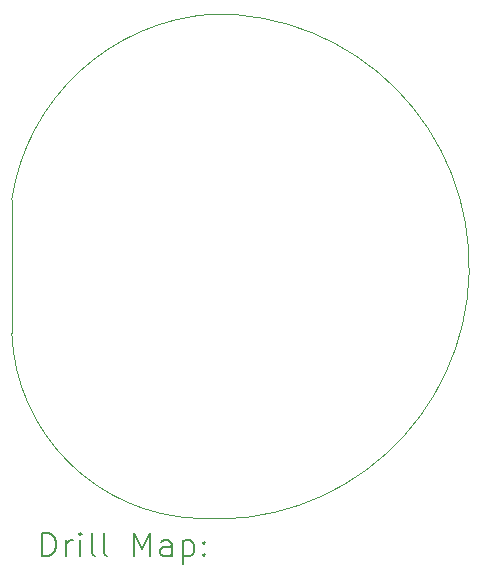
<source format=gbr>
%TF.GenerationSoftware,KiCad,Pcbnew,7.0.7*%
%TF.CreationDate,2024-01-25T12:19:21+08:00*%
%TF.ProjectId,sensor,73656e73-6f72-42e6-9b69-6361645f7063,rev?*%
%TF.SameCoordinates,Original*%
%TF.FileFunction,Drillmap*%
%TF.FilePolarity,Positive*%
%FSLAX45Y45*%
G04 Gerber Fmt 4.5, Leading zero omitted, Abs format (unit mm)*
G04 Created by KiCad (PCBNEW 7.0.7) date 2024-01-25 12:19:21*
%MOMM*%
%LPD*%
G01*
G04 APERTURE LIST*
%ADD10C,0.050000*%
%ADD11C,0.200000*%
G04 APERTURE END LIST*
D10*
X6409999Y-11620000D02*
G75*
G03*
X7990000Y-13190000I1635307J65691D01*
G01*
X6410000Y-11620000D02*
X6410000Y-10490000D01*
X8110000Y-8920000D02*
G75*
G03*
X6410000Y-10490000I128843J-1844894D01*
G01*
X7990000Y-13189999D02*
G75*
G03*
X8110000Y-8920000I155482J2132316D01*
G01*
D11*
X6668277Y-13509644D02*
X6668277Y-13309644D01*
X6668277Y-13309644D02*
X6715896Y-13309644D01*
X6715896Y-13309644D02*
X6744467Y-13319168D01*
X6744467Y-13319168D02*
X6763515Y-13338216D01*
X6763515Y-13338216D02*
X6773039Y-13357263D01*
X6773039Y-13357263D02*
X6782562Y-13395358D01*
X6782562Y-13395358D02*
X6782562Y-13423930D01*
X6782562Y-13423930D02*
X6773039Y-13462025D01*
X6773039Y-13462025D02*
X6763515Y-13481073D01*
X6763515Y-13481073D02*
X6744467Y-13500120D01*
X6744467Y-13500120D02*
X6715896Y-13509644D01*
X6715896Y-13509644D02*
X6668277Y-13509644D01*
X6868277Y-13509644D02*
X6868277Y-13376311D01*
X6868277Y-13414406D02*
X6877800Y-13395358D01*
X6877800Y-13395358D02*
X6887324Y-13385835D01*
X6887324Y-13385835D02*
X6906372Y-13376311D01*
X6906372Y-13376311D02*
X6925420Y-13376311D01*
X6992086Y-13509644D02*
X6992086Y-13376311D01*
X6992086Y-13309644D02*
X6982562Y-13319168D01*
X6982562Y-13319168D02*
X6992086Y-13328692D01*
X6992086Y-13328692D02*
X7001610Y-13319168D01*
X7001610Y-13319168D02*
X6992086Y-13309644D01*
X6992086Y-13309644D02*
X6992086Y-13328692D01*
X7115896Y-13509644D02*
X7096848Y-13500120D01*
X7096848Y-13500120D02*
X7087324Y-13481073D01*
X7087324Y-13481073D02*
X7087324Y-13309644D01*
X7220658Y-13509644D02*
X7201610Y-13500120D01*
X7201610Y-13500120D02*
X7192086Y-13481073D01*
X7192086Y-13481073D02*
X7192086Y-13309644D01*
X7449229Y-13509644D02*
X7449229Y-13309644D01*
X7449229Y-13309644D02*
X7515896Y-13452501D01*
X7515896Y-13452501D02*
X7582562Y-13309644D01*
X7582562Y-13309644D02*
X7582562Y-13509644D01*
X7763515Y-13509644D02*
X7763515Y-13404882D01*
X7763515Y-13404882D02*
X7753991Y-13385835D01*
X7753991Y-13385835D02*
X7734943Y-13376311D01*
X7734943Y-13376311D02*
X7696848Y-13376311D01*
X7696848Y-13376311D02*
X7677800Y-13385835D01*
X7763515Y-13500120D02*
X7744467Y-13509644D01*
X7744467Y-13509644D02*
X7696848Y-13509644D01*
X7696848Y-13509644D02*
X7677800Y-13500120D01*
X7677800Y-13500120D02*
X7668277Y-13481073D01*
X7668277Y-13481073D02*
X7668277Y-13462025D01*
X7668277Y-13462025D02*
X7677800Y-13442978D01*
X7677800Y-13442978D02*
X7696848Y-13433454D01*
X7696848Y-13433454D02*
X7744467Y-13433454D01*
X7744467Y-13433454D02*
X7763515Y-13423930D01*
X7858753Y-13376311D02*
X7858753Y-13576311D01*
X7858753Y-13385835D02*
X7877800Y-13376311D01*
X7877800Y-13376311D02*
X7915896Y-13376311D01*
X7915896Y-13376311D02*
X7934943Y-13385835D01*
X7934943Y-13385835D02*
X7944467Y-13395358D01*
X7944467Y-13395358D02*
X7953991Y-13414406D01*
X7953991Y-13414406D02*
X7953991Y-13471549D01*
X7953991Y-13471549D02*
X7944467Y-13490597D01*
X7944467Y-13490597D02*
X7934943Y-13500120D01*
X7934943Y-13500120D02*
X7915896Y-13509644D01*
X7915896Y-13509644D02*
X7877800Y-13509644D01*
X7877800Y-13509644D02*
X7858753Y-13500120D01*
X8039705Y-13490597D02*
X8049229Y-13500120D01*
X8049229Y-13500120D02*
X8039705Y-13509644D01*
X8039705Y-13509644D02*
X8030181Y-13500120D01*
X8030181Y-13500120D02*
X8039705Y-13490597D01*
X8039705Y-13490597D02*
X8039705Y-13509644D01*
X8039705Y-13385835D02*
X8049229Y-13395358D01*
X8049229Y-13395358D02*
X8039705Y-13404882D01*
X8039705Y-13404882D02*
X8030181Y-13395358D01*
X8030181Y-13395358D02*
X8039705Y-13385835D01*
X8039705Y-13385835D02*
X8039705Y-13404882D01*
M02*

</source>
